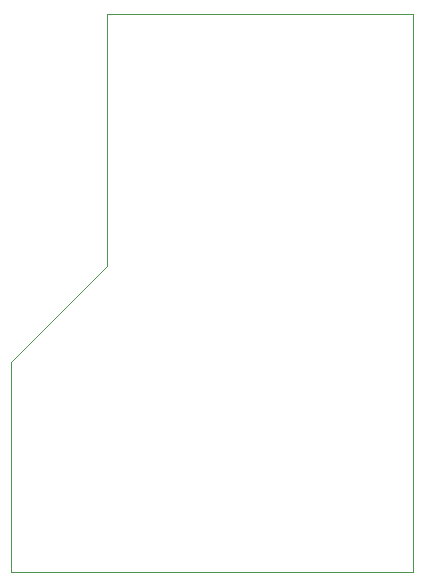
<source format=gbr>
G04 (created by PCBNEW (2013-07-07 BZR 4022)-stable) date 10/10/2019 9:23:04 PM*
%MOIN*%
G04 Gerber Fmt 3.4, Leading zero omitted, Abs format*
%FSLAX34Y34*%
G01*
G70*
G90*
G04 APERTURE LIST*
%ADD10C,0.00590551*%
%ADD11C,0.00393701*%
G04 APERTURE END LIST*
G54D10*
G54D11*
X77300Y-60200D02*
X75700Y-61800D01*
X77300Y-51800D02*
X77500Y-51800D01*
X77300Y-60200D02*
X77300Y-51800D01*
X87500Y-70400D02*
X74100Y-70400D01*
X74100Y-63400D02*
X74100Y-70400D01*
X75700Y-61800D02*
X74100Y-63400D01*
X87500Y-51800D02*
X77500Y-51800D01*
X87500Y-70400D02*
X87500Y-51800D01*
M02*

</source>
